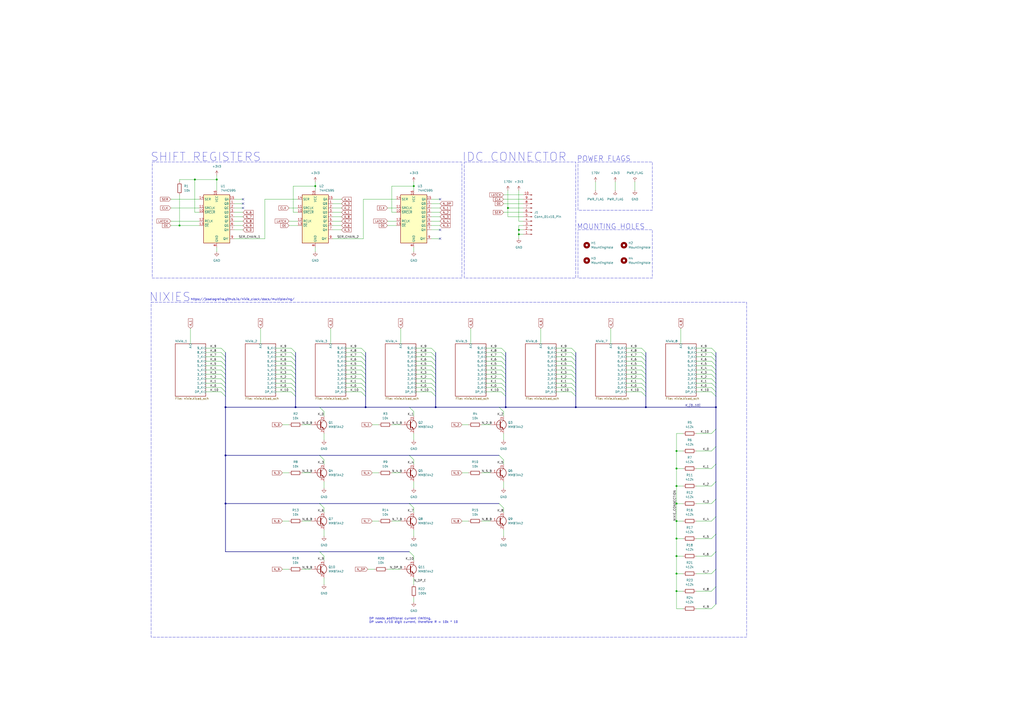
<source format=kicad_sch>
(kicad_sch (version 20231120) (generator "eeschema") (generator_version "8.0")
  (paper "A2")
  (title_block (title "Nixie Driver Board Schematic") (date "2024-06-09") (rev "0.1.1"))
  (junction (at 392.43 312.42))
  (junction (at 392.43 322.58))
  (junction (at 104.14 130.81))
  (junction (at 113.03 104.14))
  (junction (at 300.99 133.35))
  (junction (at 171.45 236.22))
  (junction (at 300.99 135.89))
  (junction (at 392.43 281.94))
  (junction (at 212.09 236.22))
  (junction (at 392.43 302.26))
  (junction (at 252.73 236.22))
  (junction (at 240.03 107.95))
  (junction (at 374.65 236.22))
  (junction (at 182.88 107.95))
  (junction (at 293.37 236.22))
  (junction (at 392.43 332.74))
  (junction (at 125.73 104.14))
  (junction (at 130.81 292.1))
  (junction (at 130.81 236.22))
  (junction (at 392.43 261.62))
  (junction (at 392.43 271.78))
  (junction (at 415.29 236.22))
  (junction (at 392.43 292.1))
  (junction (at 294.64 120.65))
  (junction (at 392.43 342.9))
  (junction (at 130.81 264.16))
  (junction (at 334.01 236.22))
  (no_connect (at 140.97 118.11))
  (no_connect (at 140.97 115.57))
  (no_connect (at 255.27 138.43))
  (no_connect (at 255.27 115.57))
  (no_connect (at 255.27 133.35))
  (no_connect (at 140.97 120.65))
  (bus_entry (at 128.27 212.09) (size 2.54 2.54))
  (bus_entry (at 372.11 207.01) (size 2.54 2.54))
  (bus_entry (at 290.83 219.71) (size 2.54 2.54))
  (bus_entry (at 412.75 207.01) (size 2.54 2.54))
  (bus_entry (at 290.83 214.63) (size 2.54 2.54))
  (bus_entry (at 185.42 264.16) (size 2.54 2.54))
  (bus_entry (at 290.83 207.01) (size 2.54 2.54))
  (bus_entry (at 289.56 264.16) (size 2.54 2.54))
  (bus_entry (at 168.91 207.01) (size 2.54 2.54))
  (bus_entry (at 331.47 204.47) (size 2.54 2.54))
  (bus_entry (at 290.83 224.79) (size 2.54 2.54))
  (bus_entry (at 289.56 292.1) (size 2.54 2.54))
  (bus_entry (at 290.83 209.55) (size 2.54 2.54))
  (bus_entry (at 412.75 281.94) (size 2.54 -2.54))
  (bus_entry (at 250.19 209.55) (size 2.54 2.54))
  (bus_entry (at 128.27 217.17) (size 2.54 2.54))
  (bus_entry (at 412.75 332.74) (size 2.54 -2.54))
  (bus_entry (at 331.47 217.17) (size 2.54 2.54))
  (bus_entry (at 209.55 207.01) (size 2.54 2.54))
  (bus_entry (at 250.19 207.01) (size 2.54 2.54))
  (bus_entry (at 331.47 207.01) (size 2.54 2.54))
  (bus_entry (at 290.83 212.09) (size 2.54 2.54))
  (bus_entry (at 412.75 271.78) (size 2.54 -2.54))
  (bus_entry (at 372.11 201.93) (size 2.54 2.54))
  (bus_entry (at 168.91 217.17) (size 2.54 2.54))
  (bus_entry (at 168.91 204.47) (size 2.54 2.54))
  (bus_entry (at 331.47 222.25) (size 2.54 2.54))
  (bus_entry (at 209.55 212.09) (size 2.54 2.54))
  (bus_entry (at 250.19 217.17) (size 2.54 2.54))
  (bus_entry (at 331.47 201.93) (size 2.54 2.54))
  (bus_entry (at 128.27 219.71) (size 2.54 2.54))
  (bus_entry (at 412.75 219.71) (size 2.54 2.54))
  (bus_entry (at 209.55 201.93) (size 2.54 2.54))
  (bus_entry (at 372.11 212.09) (size 2.54 2.54))
  (bus_entry (at 168.91 224.79) (size 2.54 2.54))
  (bus_entry (at 237.49 292.1) (size 2.54 2.54))
  (bus_entry (at 168.91 212.09) (size 2.54 2.54))
  (bus_entry (at 250.19 224.79) (size 2.54 2.54))
  (bus_entry (at 412.75 209.55) (size 2.54 2.54))
  (bus_entry (at 412.75 302.26) (size 2.54 -2.54))
  (bus_entry (at 185.42 320.04) (size 2.54 2.54))
  (bus_entry (at 209.55 217.17) (size 2.54 2.54))
  (bus_entry (at 250.19 219.71) (size 2.54 2.54))
  (bus_entry (at 250.19 201.93) (size 2.54 2.54))
  (bus_entry (at 128.27 204.47) (size 2.54 2.54))
  (bus_entry (at 185.42 236.22) (size 2.54 2.54))
  (bus_entry (at 128.27 224.79) (size 2.54 2.54))
  (bus_entry (at 128.27 207.01) (size 2.54 2.54))
  (bus_entry (at 412.75 251.46) (size 2.54 -2.54))
  (bus_entry (at 372.11 204.47) (size 2.54 2.54))
  (bus_entry (at 331.47 212.09) (size 2.54 2.54))
  (bus_entry (at 372.11 227.33) (size 2.54 2.54))
  (bus_entry (at 128.27 209.55) (size 2.54 2.54))
  (bus_entry (at 412.75 312.42) (size 2.54 -2.54))
  (bus_entry (at 372.11 214.63) (size 2.54 2.54))
  (bus_entry (at 250.19 212.09) (size 2.54 2.54))
  (bus_entry (at 331.47 224.79) (size 2.54 2.54))
  (bus_entry (at 290.83 204.47) (size 2.54 2.54))
  (bus_entry (at 128.27 214.63) (size 2.54 2.54))
  (bus_entry (at 250.19 214.63) (size 2.54 2.54))
  (bus_entry (at 412.75 214.63) (size 2.54 2.54))
  (bus_entry (at 250.19 222.25) (size 2.54 2.54))
  (bus_entry (at 168.91 222.25) (size 2.54 2.54))
  (bus_entry (at 412.75 222.25) (size 2.54 2.54))
  (bus_entry (at 209.55 214.63) (size 2.54 2.54))
  (bus_entry (at 209.55 204.47) (size 2.54 2.54))
  (bus_entry (at 128.27 227.33) (size 2.54 2.54))
  (bus_entry (at 237.49 264.16) (size 2.54 2.54))
  (bus_entry (at 289.56 236.22) (size 2.54 2.54))
  (bus_entry (at 372.11 209.55) (size 2.54 2.54))
  (bus_entry (at 209.55 222.25) (size 2.54 2.54))
  (bus_entry (at 168.91 209.55) (size 2.54 2.54))
  (bus_entry (at 290.83 217.17) (size 2.54 2.54))
  (bus_entry (at 250.19 204.47) (size 2.54 2.54))
  (bus_entry (at 168.91 201.93) (size 2.54 2.54))
  (bus_entry (at 209.55 209.55) (size 2.54 2.54))
  (bus_entry (at 412.75 212.09) (size 2.54 2.54))
  (bus_entry (at 331.47 227.33) (size 2.54 2.54))
  (bus_entry (at 412.75 224.79) (size 2.54 2.54))
  (bus_entry (at 209.55 219.71) (size 2.54 2.54))
  (bus_entry (at 331.47 209.55) (size 2.54 2.54))
  (bus_entry (at 168.91 219.71) (size 2.54 2.54))
  (bus_entry (at 331.47 214.63) (size 2.54 2.54))
  (bus_entry (at 412.75 201.93) (size 2.54 2.54))
  (bus_entry (at 250.19 227.33) (size 2.54 2.54))
  (bus_entry (at 185.42 292.1) (size 2.54 2.54))
  (bus_entry (at 237.49 320.04) (size 2.54 2.54))
  (bus_entry (at 290.83 227.33) (size 2.54 2.54))
  (bus_entry (at 372.11 219.71) (size 2.54 2.54))
  (bus_entry (at 372.11 222.25) (size 2.54 2.54))
  (bus_entry (at 237.49 236.22) (size 2.54 2.54))
  (bus_entry (at 412.75 322.58) (size 2.54 -2.54))
  (bus_entry (at 372.11 224.79) (size 2.54 2.54))
  (bus_entry (at 290.83 201.93) (size 2.54 2.54))
  (bus_entry (at 412.75 353.06) (size 2.54 -2.54))
  (bus_entry (at 412.75 342.9) (size 2.54 -2.54))
  (bus_entry (at 209.55 224.79) (size 2.54 2.54))
  (bus_entry (at 372.11 217.17) (size 2.54 2.54))
  (bus_entry (at 168.91 227.33) (size 2.54 2.54))
  (bus_entry (at 331.47 219.71) (size 2.54 2.54))
  (bus_entry (at 128.27 201.93) (size 2.54 2.54))
  (bus_entry (at 168.91 214.63) (size 2.54 2.54))
  (bus_entry (at 412.75 227.33) (size 2.54 2.54))
  (bus_entry (at 209.55 227.33) (size 2.54 2.54))
  (bus_entry (at 412.75 217.17) (size 2.54 2.54))
  (bus_entry (at 412.75 292.1) (size 2.54 -2.54))
  (bus_entry (at 412.75 261.62) (size 2.54 -2.54))
  (bus_entry (at 290.83 222.25) (size 2.54 2.54))
  (bus_entry (at 128.27 222.25) (size 2.54 2.54))
  (bus_entry (at 412.75 204.47) (size 2.54 2.54))
  (wire (pts (xy 135.89 133.35) (xy 140.97 133.35)))
  (bus (pts (xy 334.01 207.01) (xy 334.01 209.55)))
  (bus (pts (xy 415.29 222.25) (xy 415.29 224.79)))
  (wire (pts (xy 163.83 330.2) (xy 167.64 330.2)))
  (bus (pts (xy 185.42 292.1) (xy 237.49 292.1)))
  (wire (pts (xy 119.38 201.93) (xy 128.27 201.93)))
  (wire (pts (xy 322.58 207.01) (xy 331.47 207.01)))
  (wire (pts (xy 193.04 118.11) (xy 198.12 118.11)))
  (wire (pts (xy 403.86 302.26) (xy 412.75 302.26)))
  (bus (pts (xy 252.73 229.87) (xy 252.73 236.22)))
  (bus (pts (xy 293.37 219.71) (xy 293.37 222.25)))
  (wire (pts (xy 99.06 120.65) (xy 115.57 120.65)))
  (wire (pts (xy 160.02 207.01) (xy 168.91 207.01)))
  (wire (pts (xy 273.05 190.5) (xy 273.05 199.39)))
  (wire (pts (xy 200.66 201.93) (xy 209.55 201.93)))
  (wire (pts (xy 135.89 125.73) (xy 140.97 125.73)))
  (bus (pts (xy 415.29 259.08) (xy 415.29 269.24)))
  (bus (pts (xy 334.01 209.55) (xy 334.01 212.09)))
  (wire (pts (xy 193.04 133.35) (xy 198.12 133.35)))
  (wire (pts (xy 113.03 104.14) (xy 125.73 104.14)))
  (bus (pts (xy 252.73 222.25) (xy 252.73 224.79)))
  (wire (pts (xy 115.57 123.19) (xy 113.03 123.19)))
  (wire (pts (xy 135.89 138.43) (xy 153.67 138.43)))
  (wire (pts (xy 363.22 227.33) (xy 372.11 227.33)))
  (wire (pts (xy 193.04 123.19) (xy 198.12 123.19)))
  (wire (pts (xy 396.24 281.94) (xy 392.43 281.94)))
  (wire (pts (xy 250.19 130.81) (xy 255.27 130.81)))
  (bus (pts (xy 374.65 227.33) (xy 374.65 229.87)))
  (wire (pts (xy 396.24 342.9) (xy 392.43 342.9)))
  (wire (pts (xy 322.58 204.47) (xy 331.47 204.47)))
  (wire (pts (xy 160.02 217.17) (xy 168.91 217.17)))
  (bus (pts (xy 374.65 217.17) (xy 374.65 219.71)))
  (bus (pts (xy 334.01 236.22) (xy 374.65 236.22)))
  (bus (pts (xy 130.81 204.47) (xy 130.81 207.01)))
  (bus (pts (xy 130.81 207.01) (xy 130.81 209.55)))
  (wire (pts (xy 403.86 271.78) (xy 412.75 271.78)))
  (wire (pts (xy 300.99 135.89) (xy 300.99 138.43)))
  (wire (pts (xy 224.79 330.2) (xy 232.41 330.2)))
  (wire (pts (xy 292.1 123.19) (xy 303.53 123.19)))
  (bus (pts (xy 374.65 207.01) (xy 374.65 209.55)))
  (bus (pts (xy 212.09 227.33) (xy 212.09 229.87)))
  (bus (pts (xy 212.09 222.25) (xy 212.09 224.79)))
  (wire (pts (xy 240.03 294.64) (xy 240.03 297.18)))
  (bus (pts (xy 212.09 229.87) (xy 212.09 236.22)))
  (wire (pts (xy 322.58 201.93) (xy 331.47 201.93)))
  (wire (pts (xy 392.43 312.42) (xy 392.43 322.58)))
  (bus (pts (xy 415.29 269.24) (xy 415.29 279.4)))
  (wire (pts (xy 403.86 353.06) (xy 412.75 353.06)))
  (wire (pts (xy 167.64 130.81) (xy 172.72 130.81)))
  (wire (pts (xy 213.36 330.2) (xy 217.17 330.2)))
  (wire (pts (xy 119.38 214.63) (xy 128.27 214.63)))
  (bus (pts (xy 415.29 219.71) (xy 415.29 222.25)))
  (wire (pts (xy 227.33 123.19) (xy 227.33 107.95)))
  (bus (pts (xy 293.37 214.63) (xy 293.37 217.17)))
  (bus (pts (xy 171.45 236.22) (xy 185.42 236.22)))
  (bus (pts (xy 185.42 236.22) (xy 212.09 236.22)))
  (wire (pts (xy 200.66 209.55) (xy 209.55 209.55)))
  (bus (pts (xy 252.73 217.17) (xy 252.73 219.71)))
  (wire (pts (xy 193.04 120.65) (xy 198.12 120.65)))
  (wire (pts (xy 368.3 105.41) (xy 368.3 110.49)))
  (wire (pts (xy 170.18 123.19) (xy 170.18 107.95)))
  (wire (pts (xy 200.66 207.01) (xy 209.55 207.01)))
  (wire (pts (xy 403.86 322.58) (xy 412.75 322.58)))
  (bus (pts (xy 130.81 236.22) (xy 171.45 236.22)))
  (bus (pts (xy 171.45 204.47) (xy 171.45 207.01)))
  (wire (pts (xy 250.19 115.57) (xy 255.27 115.57)))
  (bus (pts (xy 212.09 212.09) (xy 212.09 214.63)))
  (bus (pts (xy 185.42 320.04) (xy 237.49 320.04)))
  (wire (pts (xy 281.94 219.71) (xy 290.83 219.71)))
  (wire (pts (xy 187.96 307.34) (xy 187.96 311.15)))
  (bus (pts (xy 415.29 227.33) (xy 415.29 229.87)))
  (wire (pts (xy 279.4 246.38) (xy 284.48 246.38)))
  (bus (pts (xy 130.81 222.25) (xy 130.81 224.79)))
  (bus (pts (xy 415.29 212.09) (xy 415.29 214.63)))
  (wire (pts (xy 403.86 251.46) (xy 412.75 251.46)))
  (bus (pts (xy 237.49 292.1) (xy 289.56 292.1)))
  (wire (pts (xy 153.67 115.57) (xy 153.67 138.43)))
  (bus (pts (xy 415.29 209.55) (xy 415.29 212.09)))
  (wire (pts (xy 175.26 274.32) (xy 180.34 274.32)))
  (wire (pts (xy 229.87 123.19) (xy 227.33 123.19)))
  (wire (pts (xy 119.38 222.25) (xy 128.27 222.25)))
  (wire (pts (xy 281.94 201.93) (xy 290.83 201.93)))
  (bus (pts (xy 374.65 214.63) (xy 374.65 217.17)))
  (bus (pts (xy 171.45 224.79) (xy 171.45 227.33)))
  (bus (pts (xy 130.81 224.79) (xy 130.81 227.33)))
  (wire (pts (xy 200.66 214.63) (xy 209.55 214.63)))
  (bus (pts (xy 334.01 214.63) (xy 334.01 217.17)))
  (wire (pts (xy 99.06 115.57) (xy 115.57 115.57)))
  (bus (pts (xy 334.01 229.87) (xy 334.01 236.22)))
  (wire (pts (xy 163.83 274.32) (xy 167.64 274.32)))
  (bus (pts (xy 415.29 309.88) (xy 415.29 320.04)))
  (wire (pts (xy 292.1 238.76) (xy 292.1 241.3)))
  (wire (pts (xy 392.43 292.1) (xy 392.43 302.26)))
  (wire (pts (xy 322.58 212.09) (xy 331.47 212.09)))
  (wire (pts (xy 240.03 238.76) (xy 240.03 241.3)))
  (wire (pts (xy 363.22 217.17) (xy 372.11 217.17)))
  (bus (pts (xy 212.09 214.63) (xy 212.09 217.17)))
  (bus (pts (xy 130.81 320.04) (xy 185.42 320.04)))
  (bus (pts (xy 374.65 209.55) (xy 374.65 212.09)))
  (wire (pts (xy 396.24 261.62) (xy 392.43 261.62)))
  (wire (pts (xy 396.24 271.78) (xy 392.43 271.78)))
  (wire (pts (xy 281.94 209.55) (xy 290.83 209.55)))
  (wire (pts (xy 240.03 266.7) (xy 240.03 269.24)))
  (wire (pts (xy 193.04 125.73) (xy 198.12 125.73)))
  (wire (pts (xy 193.04 138.43) (xy 210.82 138.43)))
  (wire (pts (xy 250.19 133.35) (xy 255.27 133.35)))
  (wire (pts (xy 200.66 222.25) (xy 209.55 222.25)))
  (bus (pts (xy 334.01 222.25) (xy 334.01 224.79)))
  (wire (pts (xy 363.22 212.09) (xy 372.11 212.09)))
  (wire (pts (xy 104.14 104.14) (xy 113.03 104.14)))
  (wire (pts (xy 267.97 302.26) (xy 271.78 302.26)))
  (wire (pts (xy 303.53 130.81) (xy 300.99 130.81)))
  (wire (pts (xy 163.83 246.38) (xy 167.64 246.38)))
  (wire (pts (xy 99.06 128.27) (xy 115.57 128.27)))
  (wire (pts (xy 119.38 209.55) (xy 128.27 209.55)))
  (bus (pts (xy 415.29 236.22) (xy 415.29 248.92)))
  (bus (pts (xy 374.65 229.87) (xy 374.65 236.22)))
  (wire (pts (xy 281.94 212.09) (xy 290.83 212.09)))
  (wire (pts (xy 322.58 214.63) (xy 331.47 214.63)))
  (bus (pts (xy 252.73 212.09) (xy 252.73 214.63)))
  (wire (pts (xy 294.64 110.49) (xy 294.64 120.65)))
  (wire (pts (xy 110.49 190.5) (xy 110.49 199.39)))
  (wire (pts (xy 160.02 209.55) (xy 168.91 209.55)))
  (wire (pts (xy 191.77 190.5) (xy 191.77 199.39)))
  (wire (pts (xy 403.86 209.55) (xy 412.75 209.55)))
  (wire (pts (xy 175.26 302.26) (xy 180.34 302.26)))
  (bus (pts (xy 415.29 214.63) (xy 415.29 217.17)))
  (wire (pts (xy 403.86 207.01) (xy 412.75 207.01)))
  (wire (pts (xy 125.73 101.6) (xy 125.73 104.14)))
  (bus (pts (xy 374.65 212.09) (xy 374.65 214.63)))
  (wire (pts (xy 215.9 302.26) (xy 219.71 302.26)))
  (bus (pts (xy 415.29 229.87) (xy 415.29 236.22)))
  (bus (pts (xy 293.37 209.55) (xy 293.37 212.09)))
  (wire (pts (xy 267.97 246.38) (xy 271.78 246.38)))
  (wire (pts (xy 392.43 261.62) (xy 392.43 271.78)))
  (bus (pts (xy 171.45 217.17) (xy 171.45 219.71)))
  (bus (pts (xy 171.45 219.71) (xy 171.45 222.25)))
  (wire (pts (xy 345.44 105.41) (xy 345.44 110.49)))
  (bus (pts (xy 185.42 264.16) (xy 237.49 264.16)))
  (wire (pts (xy 292.1 266.7) (xy 292.1 269.24)))
  (bus (pts (xy 293.37 224.79) (xy 293.37 227.33)))
  (wire (pts (xy 281.94 207.01) (xy 290.83 207.01)))
  (wire (pts (xy 125.73 143.51) (xy 125.73 146.05)))
  (wire (pts (xy 300.99 135.89) (xy 303.53 135.89)))
  (wire (pts (xy 300.99 133.35) (xy 303.53 133.35)))
  (wire (pts (xy 232.41 190.5) (xy 232.41 199.39)))
  (bus (pts (xy 171.45 229.87) (xy 171.45 236.22)))
  (wire (pts (xy 119.38 227.33) (xy 128.27 227.33)))
  (bus (pts (xy 374.65 219.71) (xy 374.65 222.25)))
  (wire (pts (xy 241.3 201.93) (xy 250.19 201.93)))
  (bus (pts (xy 293.37 217.17) (xy 293.37 219.71)))
  (wire (pts (xy 403.86 281.94) (xy 412.75 281.94)))
  (wire (pts (xy 396.24 312.42) (xy 392.43 312.42)))
  (wire (pts (xy 215.9 246.38) (xy 219.71 246.38)))
  (wire (pts (xy 182.88 143.51) (xy 182.88 146.05)))
  (wire (pts (xy 300.99 133.35) (xy 300.99 135.89)))
  (bus (pts (xy 130.81 214.63) (xy 130.81 217.17)))
  (bus (pts (xy 171.45 212.09) (xy 171.45 214.63)))
  (bus (pts (xy 293.37 236.22) (xy 334.01 236.22)))
  (wire (pts (xy 403.86 212.09) (xy 412.75 212.09)))
  (wire (pts (xy 292.1 294.64) (xy 292.1 297.18)))
  (wire (pts (xy 227.33 274.32) (xy 232.41 274.32)))
  (bus (pts (xy 293.37 204.47) (xy 293.37 207.01)))
  (wire (pts (xy 241.3 217.17) (xy 250.19 217.17)))
  (bus (pts (xy 415.29 340.36) (xy 415.29 350.52)))
  (bus (pts (xy 374.65 204.47) (xy 374.65 207.01)))
  (wire (pts (xy 135.89 115.57) (xy 140.97 115.57)))
  (wire (pts (xy 403.86 217.17) (xy 412.75 217.17)))
  (wire (pts (xy 135.89 128.27) (xy 140.97 128.27)))
  (bus (pts (xy 415.29 217.17) (xy 415.29 219.71)))
  (wire (pts (xy 396.24 292.1) (xy 392.43 292.1)))
  (wire (pts (xy 313.69 190.5) (xy 313.69 199.39)))
  (wire (pts (xy 294.64 120.65) (xy 303.53 120.65)))
  (wire (pts (xy 300.99 110.49) (xy 300.99 128.27)))
  (wire (pts (xy 119.38 204.47) (xy 128.27 204.47)))
  (wire (pts (xy 167.64 128.27) (xy 172.72 128.27)))
  (bus (pts (xy 171.45 222.25) (xy 171.45 224.79)))
  (wire (pts (xy 119.38 224.79) (xy 128.27 224.79)))
  (wire (pts (xy 187.96 238.76) (xy 187.96 241.3)))
  (wire (pts (xy 119.38 219.71) (xy 128.27 219.71)))
  (wire (pts (xy 182.88 107.95) (xy 182.88 110.49)))
  (bus (pts (xy 171.45 209.55) (xy 171.45 212.09)))
  (wire (pts (xy 354.33 190.5) (xy 354.33 199.39)))
  (wire (pts (xy 187.96 322.58) (xy 187.96 325.12)))
  (wire (pts (xy 200.66 224.79) (xy 209.55 224.79)))
  (wire (pts (xy 363.22 201.93) (xy 372.11 201.93)))
  (bus (pts (xy 212.09 236.22) (xy 237.49 236.22)))
  (wire (pts (xy 182.88 105.41) (xy 182.88 107.95)))
  (wire (pts (xy 322.58 217.17) (xy 331.47 217.17)))
  (wire (pts (xy 292.1 307.34) (xy 292.1 311.15)))
  (wire (pts (xy 403.86 227.33) (xy 412.75 227.33)))
  (wire (pts (xy 240.03 346.71) (xy 240.03 349.25)))
  (wire (pts (xy 160.02 212.09) (xy 168.91 212.09)))
  (wire (pts (xy 267.97 274.32) (xy 271.78 274.32)))
  (bus (pts (xy 334.01 219.71) (xy 334.01 222.25)))
  (bus (pts (xy 130.81 264.16) (xy 130.81 292.1)))
  (wire (pts (xy 281.94 214.63) (xy 290.83 214.63)))
  (bus (pts (xy 130.81 227.33) (xy 130.81 229.87)))
  (wire (pts (xy 250.19 123.19) (xy 255.27 123.19)))
  (bus (pts (xy 293.37 212.09) (xy 293.37 214.63)))
  (wire (pts (xy 392.43 342.9) (xy 392.43 353.06)))
  (wire (pts (xy 227.33 107.95) (xy 240.03 107.95)))
  (bus (pts (xy 252.73 209.55) (xy 252.73 212.09)))
  (bus (pts (xy 252.73 227.33) (xy 252.73 229.87)))
  (wire (pts (xy 300.99 130.81) (xy 300.99 133.35)))
  (wire (pts (xy 356.87 105.41) (xy 356.87 110.49)))
  (bus (pts (xy 130.81 209.55) (xy 130.81 212.09)))
  (wire (pts (xy 119.38 212.09) (xy 128.27 212.09)))
  (bus (pts (xy 415.29 299.72) (xy 415.29 309.88)))
  (wire (pts (xy 241.3 219.71) (xy 250.19 219.71)))
  (wire (pts (xy 187.96 279.4) (xy 187.96 283.21)))
  (wire (pts (xy 250.19 128.27) (xy 255.27 128.27)))
  (wire (pts (xy 151.13 190.5) (xy 151.13 199.39)))
  (wire (pts (xy 294.64 120.65) (xy 294.64 125.73)))
  (wire (pts (xy 187.96 294.64) (xy 187.96 297.18)))
  (bus (pts (xy 252.73 214.63) (xy 252.73 217.17)))
  (bus (pts (xy 252.73 204.47) (xy 252.73 207.01)))
  (wire (pts (xy 292.1 251.46) (xy 292.1 255.27)))
  (wire (pts (xy 396.24 332.74) (xy 392.43 332.74)))
  (wire (pts (xy 279.4 274.32) (xy 284.48 274.32)))
  (bus (pts (xy 212.09 207.01) (xy 212.09 209.55)))
  (wire (pts (xy 104.14 105.41) (xy 104.14 104.14)))
  (wire (pts (xy 175.26 246.38) (xy 180.34 246.38)))
  (wire (pts (xy 241.3 207.01) (xy 250.19 207.01)))
  (wire (pts (xy 281.94 204.47) (xy 290.83 204.47)))
  (wire (pts (xy 250.19 125.73) (xy 255.27 125.73)))
  (wire (pts (xy 240.03 105.41) (xy 240.03 107.95)))
  (wire (pts (xy 396.24 302.26) (xy 392.43 302.26)))
  (wire (pts (xy 322.58 224.79) (xy 331.47 224.79)))
  (wire (pts (xy 160.02 224.79) (xy 168.91 224.79)))
  (wire (pts (xy 224.79 130.81) (xy 229.87 130.81)))
  (wire (pts (xy 224.79 120.65) (xy 229.87 120.65)))
  (bus (pts (xy 415.29 224.79) (xy 415.29 227.33)))
  (wire (pts (xy 135.89 130.81) (xy 140.97 130.81)))
  (bus (pts (xy 293.37 222.25) (xy 293.37 224.79)))
  (wire (pts (xy 160.02 219.71) (xy 168.91 219.71)))
  (bus (pts (xy 130.81 236.22) (xy 130.81 264.16)))
  (wire (pts (xy 193.04 128.27) (xy 198.12 128.27)))
  (wire (pts (xy 392.43 271.78) (xy 392.43 281.94)))
  (wire (pts (xy 187.96 266.7) (xy 187.96 269.24)))
  (wire (pts (xy 240.03 251.46) (xy 240.03 255.27)))
  (wire (pts (xy 363.22 209.55) (xy 372.11 209.55)))
  (wire (pts (xy 227.33 246.38) (xy 232.41 246.38)))
  (wire (pts (xy 200.66 204.47) (xy 209.55 204.47)))
  (wire (pts (xy 193.04 130.81) (xy 198.12 130.81)))
  (wire (pts (xy 403.86 224.79) (xy 412.75 224.79)))
  (wire (pts (xy 392.43 251.46) (xy 392.43 261.62)))
  (wire (pts (xy 240.03 322.58) (xy 240.03 325.12)))
  (wire (pts (xy 363.22 204.47) (xy 372.11 204.47)))
  (wire (pts (xy 322.58 219.71) (xy 331.47 219.71)))
  (wire (pts (xy 99.06 130.81) (xy 104.14 130.81)))
  (wire (pts (xy 175.26 330.2) (xy 180.34 330.2)))
  (bus (pts (xy 171.45 207.01) (xy 171.45 209.55)))
  (wire (pts (xy 104.14 113.03) (xy 104.14 130.81)))
  (wire (pts (xy 224.79 128.27) (xy 229.87 128.27)))
  (bus (pts (xy 252.73 219.71) (xy 252.73 222.25)))
  (wire (pts (xy 279.4 302.26) (xy 284.48 302.26)))
  (wire (pts (xy 240.03 335.28) (xy 240.03 339.09)))
  (wire (pts (xy 396.24 322.58) (xy 392.43 322.58)))
  (bus (pts (xy 130.81 229.87) (xy 130.81 236.22)))
  (wire (pts (xy 403.86 292.1) (xy 412.75 292.1)))
  (wire (pts (xy 240.03 307.34) (xy 240.03 311.15)))
  (wire (pts (xy 403.86 214.63) (xy 412.75 214.63)))
  (wire (pts (xy 281.94 227.33) (xy 290.83 227.33)))
  (wire (pts (xy 403.86 204.47) (xy 412.75 204.47)))
  (bus (pts (xy 237.49 264.16) (xy 289.56 264.16)))
  (bus (pts (xy 293.37 229.87) (xy 293.37 236.22)))
  (wire (pts (xy 200.66 212.09) (xy 209.55 212.09)))
  (bus (pts (xy 415.29 279.4) (xy 415.29 289.56)))
  (wire (pts (xy 281.94 222.25) (xy 290.83 222.25)))
  (wire (pts (xy 392.43 332.74) (xy 392.43 342.9)))
  (wire (pts (xy 403.86 261.62) (xy 412.75 261.62)))
  (bus (pts (xy 252.73 207.01) (xy 252.73 209.55)))
  (wire (pts (xy 292.1 113.03) (xy 303.53 113.03)))
  (wire (pts (xy 193.04 115.57) (xy 198.12 115.57)))
  (bus (pts (xy 252.73 236.22) (xy 289.56 236.22)))
  (wire (pts (xy 322.58 209.55) (xy 331.47 209.55)))
  (wire (pts (xy 392.43 281.94) (xy 392.43 292.1)))
  (wire (pts (xy 394.97 190.5) (xy 394.97 199.39)))
  (wire (pts (xy 187.96 251.46) (xy 187.96 255.27)))
  (wire (pts (xy 119.38 207.01) (xy 128.27 207.01)))
  (wire (pts (xy 241.3 224.79) (xy 250.19 224.79)))
  (wire (pts (xy 119.38 217.17) (xy 128.27 217.17)))
  (bus (pts (xy 130.81 292.1) (xy 130.81 320.04)))
  (bus (pts (xy 415.29 320.04) (xy 415.29 330.2)))
  (bus (pts (xy 334.01 217.17) (xy 334.01 219.71)))
  (wire (pts (xy 294.64 125.73) (xy 303.53 125.73)))
  (bus (pts (xy 415.29 289.56) (xy 415.29 299.72)))
  (wire (pts (xy 250.19 118.11) (xy 255.27 118.11)))
  (wire (pts (xy 160.02 214.63) (xy 168.91 214.63)))
  (bus (pts (xy 237.49 236.22) (xy 252.73 236.22)))
  (bus (pts (xy 334.01 204.47) (xy 334.01 207.01)))
  (wire (pts (xy 241.3 222.25) (xy 250.19 222.25)))
  (bus (pts (xy 415.29 330.2) (xy 415.29 340.36)))
  (wire (pts (xy 322.58 227.33) (xy 331.47 227.33)))
  (wire (pts (xy 160.02 201.93) (xy 168.91 201.93)))
  (bus (pts (xy 374.65 236.22) (xy 415.29 236.22)))
  (wire (pts (xy 403.86 219.71) (xy 412.75 219.71)))
  (wire (pts (xy 172.72 123.19) (xy 170.18 123.19)))
  (bus (pts (xy 415.29 204.47) (xy 415.29 207.01)))
  (bus (pts (xy 415.29 207.01) (xy 415.29 209.55)))
  (wire (pts (xy 241.3 204.47) (xy 250.19 204.47)))
  (wire (pts (xy 210.82 115.57) (xy 229.87 115.57)))
  (wire (pts (xy 210.82 138.43) (xy 210.82 115.57)))
  (bus (pts (xy 374.65 224.79) (xy 374.65 227.33)))
  (wire (pts (xy 392.43 353.06) (xy 396.24 353.06)))
  (wire (pts (xy 403.86 312.42) (xy 412.75 312.42)))
  (bus (pts (xy 415.29 248.92) (xy 415.29 259.08)))
  (wire (pts (xy 363.22 224.79) (xy 372.11 224.79)))
  (wire (pts (xy 163.83 302.26) (xy 167.64 302.26)))
  (wire (pts (xy 403.86 342.9) (xy 412.75 342.9)))
  (bus (pts (xy 374.65 222.25) (xy 374.65 224.79)))
  (bus (pts (xy 334.01 227.33) (xy 334.01 229.87)))
  (bus (pts (xy 171.45 214.63) (xy 171.45 217.17)))
  (bus (pts (xy 130.81 217.17) (xy 130.81 219.71)))
  (bus (pts (xy 212.09 209.55) (xy 212.09 212.09)))
  (wire (pts (xy 281.94 217.17) (xy 290.83 217.17)))
  (bus (pts (xy 293.37 207.01) (xy 293.37 209.55)))
  (wire (pts (xy 403.86 201.93) (xy 412.75 201.93)))
  (wire (pts (xy 135.89 118.11) (xy 140.97 118.11)))
  (wire (pts (xy 303.53 128.27) (xy 300.99 128.27)))
  (bus (pts (xy 130.81 292.1) (xy 185.42 292.1)))
  (wire (pts (xy 363.22 219.71) (xy 372.11 219.71)))
  (bus (pts (xy 334.01 224.79) (xy 334.01 227.33)))
  (wire (pts (xy 170.18 107.95) (xy 182.88 107.95)))
  (wire (pts (xy 292.1 115.57) (xy 303.53 115.57)))
  (bus (pts (xy 212.09 217.17) (xy 212.09 219.71)))
  (wire (pts (xy 240.03 279.4) (xy 240.03 283.21)))
  (bus (pts (xy 130.81 219.71) (xy 130.81 222.25)))
  (bus (pts (xy 252.73 224.79) (xy 252.73 227.33)))
  (wire (pts (xy 125.73 104.14) (xy 125.73 110.49)))
  (bus (pts (xy 212.09 224.79) (xy 212.09 227.33)))
  (bus (pts (xy 130.81 212.09) (xy 130.81 214.63)))
  (wire (pts (xy 241.3 212.09) (xy 250.19 212.09)))
  (wire (pts (xy 363.22 207.01) (xy 372.11 207.01)))
  (wire (pts (xy 160.02 222.25) (xy 168.91 222.25)))
  (bus (pts (xy 334.01 212.09) (xy 334.01 214.63)))
  (wire (pts (xy 322.58 222.25) (xy 331.47 222.25)))
  (wire (pts (xy 135.89 120.65) (xy 140.97 120.65)))
  (wire (pts (xy 250.19 120.65) (xy 255.27 120.65)))
  (bus (pts (xy 171.45 227.33) (xy 171.45 229.87)))
  (wire (pts (xy 160.02 204.47) (xy 168.91 204.47)))
  (wire (pts (xy 200.66 227.33) (xy 209.55 227.33)))
  (wire (pts (xy 250.19 138.43) (xy 255.27 138.43)))
  (bus (pts (xy 293.37 227.33) (xy 293.37 229.87)))
  (wire (pts (xy 392.43 302.26) (xy 392.43 312.42)))
  (wire (pts (xy 292.1 118.11) (xy 303.53 118.11)))
  (bus (pts (xy 212.09 219.71) (xy 212.09 222.25)))
  (wire (pts (xy 281.94 224.79) (xy 290.83 224.79)))
  (wire (pts (xy 153.67 115.57) (xy 172.72 115.57)))
  (wire (pts (xy 240.03 107.95) (xy 240.03 110.49)))
  (wire (pts (xy 200.66 219.71) (xy 209.55 219.71)))
  (wire (pts (xy 392.43 322.58) (xy 392.43 332.74)))
  (wire (pts (xy 215.9 274.32) (xy 219.71 274.32)))
  (wire (pts (xy 363.22 222.25) (xy 372.11 222.25)))
  (bus (pts (xy 289.56 236.22) (xy 293.37 236.22)))
  (wire (pts (xy 241.3 209.55) (xy 250.19 209.55)))
  (wire (pts (xy 104.14 130.81) (xy 115.57 130.81)))
  (wire (pts (xy 363.22 214.63) (xy 372.11 214.63)))
  (wire (pts (xy 187.96 335.28) (xy 187.96 339.09)))
  (wire (pts (xy 227.33 302.26) (xy 232.41 302.26)))
  (wire (pts (xy 135.89 123.19) (xy 140.97 123.19)))
  (wire (pts (xy 403.86 222.25) (xy 412.75 222.25)))
  (wire (pts (xy 160.02 227.33) (xy 168.91 227.33)))
  (wire (pts (xy 113.03 104.14) (xy 113.03 123.19)))
  (wire (pts (xy 200.66 217.17) (xy 209.55 217.17)))
  (wire (pts (xy 241.3 214.63) (xy 250.19 214.63)))
  (bus (pts (xy 212.09 204.47) (xy 212.09 207.01)))
  (wire (pts (xy 241.3 227.33) (xy 250.19 227.33)))
  (wire (pts (xy 167.64 120.65) (xy 172.72 120.65)))
  (wire (pts (xy 403.86 332.74) (xy 412.75 332.74)))
  (bus (pts (xy 130.81 264.16) (xy 185.42 264.16)))
  (wire (pts (xy 292.1 279.4) (xy 292.1 283.21)))
  (wire (pts (xy 240.03 143.51) (xy 240.03 146.05)))
  (wire (pts (xy 396.24 251.46) (xy 392.43 251.46)))
  (rectangle (start 269.24 93.98) (end 334.01 161.29) (stroke (width 0) (type dash)))
  (rectangle (start 335.28 93.98) (end 378.46 121.92) (stroke (width 0) (type dash)))
  (rectangle (start 335.28 133.35) (end 378.46 161.29) (stroke (width 0) (type dash)))
  (rectangle (start 88.265 93.98) (end 267.97 161.29) (stroke (width 0) (type dash)))
  (rectangle (start 87.63 175.26) (end 433.07 369.57) (stroke (width 0) (type dash)))
  (text "SHIFT REGISTERS" (at 119.38 91.186 0) (effects (font (size 5 5))))
  (text "https://joselogreira.github.io/nixie_clock/docs/multiplexing/" (at 140.716 173.736 0) (effects (font (size 1.27 1.27))))
  (text "IDC CONNECTOR" (at 298.45 91.186 0) (effects (font (size 5 5))))
  (text "MOUNTING HOLES" (at 354.33 131.572 0) (effects (font (size 3 3))))
  (text "NIXIES" (at 98.552 172.466 0) (effects (font (size 5 5))))
  (text "POWER FLAGS" (at 350.266 92.202 0) (effects (font (size 3 3))))
  (text "DP needs additional current limiting.\nDP uses 1/10 digit current, therefore R = 10k * 10" (at 214.122 361.696 0) (effects (font (size 1.27 1.27)) (justify left bottom)))
  (label "K_1" (at 240.03 241.3 180))
  (label "K_3" (at 203.2 217.17 0))
  (label "K_7" (at 407.67 332.74 0))
  (label "K_4" (at 325.12 214.63 0))
  (label "K_6" (at 162.56 209.55 0))
  (label "K_5" (at 406.4 212.09 0))
  (label "K_7" (at 284.48 207.01 0))
  (label "K_[0..10]" (at 397.51 236.22 0))
  (label "K_2" (at 292.1 241.3 180))
  (label "K_7" (at 325.12 207.01 0))
  (label "K_2" (at 325.12 219.71 0))
  (label "K_2" (at 121.92 219.71 0))
  (label "K_6" (at 284.48 209.55 0))
  (label "K_1" (at 121.92 222.25 0))
  (label "K_1" (at 325.12 222.25 0))
  (label "K_8" (at 121.92 204.47 0))
  (label "K_8" (at 162.56 204.47 0))
  (label "K_6" (at 325.12 209.55 0))
  (label "K_10" (at 121.92 227.33 0))
  (label "K_4" (at 203.2 214.63 0))
  (label "K_7" (at 240.03 297.18 180))
  (label "K_1" (at 406.4 222.25 0))
  (label "N_9_B" (at 175.26 330.2 0))
  (label "N_8_B" (at 279.4 302.26 0))
  (label "K_3" (at 121.92 217.17 0))
  (label "K_7" (at 121.92 207.01 0))
  (label "K_10" (at 365.76 227.33 0))
  (label "K_8" (at 284.48 204.47 0))
  (label "K_9" (at 187.96 325.12 180))
  (label "K_4" (at 243.84 214.63 0))
  (label "K_3" (at 284.48 217.17 0))
  (label "N_4_B" (at 227.33 274.32 0))
  (label "K_5" (at 407.67 312.42 0))
  (label "K_3" (at 406.4 217.17 0))
  (label "K_6" (at 406.4 209.55 0))
  (label "K_9" (at 243.84 201.93 0))
  (label "K_5" (at 162.56 212.09 0))
  (label "K_10" (at 284.48 227.33 0))
  (label "K_0" (at 407.67 261.62 0))
  (label "K_6" (at 187.96 297.18 180))
  (label "K_9" (at 203.2 201.93 0))
  (label "K_9" (at 284.48 201.93 0))
  (label "K_0" (at 325.12 224.79 0))
  (label "K_7" (at 365.76 207.01 0))
  (label "K_3" (at 407.67 292.1 0))
  (label "NIXIE_CONNECTION" (at 392.43 302.26 90))
  (label "K_9" (at 407.67 353.06 0))
  (label "K_6" (at 121.92 209.55 0))
  (label "K_4" (at 407.67 302.26 0))
  (label "K_4" (at 406.4 214.63 0))
  (label "K_1" (at 365.76 222.25 0))
  (label "K_5" (at 203.2 212.09 0))
  (label "K_5" (at 292.1 269.24 180))
  (label "K_2" (at 365.76 219.71 0))
  (label "K_6" (at 365.76 209.55 0))
  (label "K_2" (at 203.2 219.71 0))
  (label "N_DP_E" (at 240.03 337.82 0))
  (label "N_5_B" (at 279.4 274.32 0))
  (label "N_6_B" (at 175.26 302.26 0))
  (label "K_5" (at 365.76 212.09 0))
  (label "N_DP_B" (at 226.06 330.2 0))
  (label "K_0" (at 365.76 224.79 0))
  (label "K_9" (at 121.92 201.93 0))
  (label "K_9" (at 365.76 201.93 0))
  (label "K_2" (at 243.84 219.71 0))
  (label "K_0" (at 187.96 241.3 180))
  (label "K_0" (at 243.84 224.79 0))
  (label "K_1" (at 407.67 271.78 0))
  (label "K_5" (at 284.48 212.09 0))
  (label "K_3" (at 325.12 217.17 0))
  (label "K_7" (at 162.56 207.01 0))
  (label "K_8" (at 325.12 204.47 0))
  (label "N_2_B" (at 279.4 246.38 0))
  (label "K_10" (at 243.84 227.33 0))
  (label "SER_CHAIN_2" (at 195.58 138.43 0))
  (label "K_10" (at 406.4 251.46 0))
  (label "K_5" (at 325.12 212.09 0))
  (label "K_3" (at 243.84 217.17 0))
  (label "K_5" (at 243.84 212.09 0))
  (label "K_7" (at 203.2 207.01 0))
  (label "K_9" (at 162.56 201.93 0))
  (label "K_4" (at 240.03 269.24 180))
  (label "K_7" (at 406.4 207.01 0))
  (label "K_8" (at 407.67 342.9 0))
  (label "K_6" (at 407.67 322.58 0))
  (label "N_1_B" (at 227.33 246.38 0))
  (label "K_1" (at 284.48 222.25 0))
  (label "N_7_B" (at 227.33 302.26 0))
  (label "K_10" (at 406.4 227.33 0))
  (label "K_3" (at 162.56 217.17 0))
  (label "K_3" (at 365.76 217.17 0))
  (label "K_1" (at 162.56 222.25 0))
  (label "K_8" (at 203.2 204.47 0))
  (label "K_0" (at 284.48 224.79 0))
  (label "K_8" (at 406.4 204.47 0))
  (label "K_2" (at 406.4 219.71 0))
  (label "K_10" (at 162.56 227.33 0))
  (label "K_9" (at 325.12 201.93 0))
  (label "K_2" (at 284.48 219.71 0))
  (label "K_0" (at 162.56 224.79 0))
  (label "K_0" (at 121.92 224.79 0))
  (label "K_1" (at 243.84 222.25 0))
  (label "K_8" (at 243.84 204.47 0))
  (label "K_2" (at 162.56 219.71 0))
  (label "K_10" (at 325.12 227.33 0))
  (label "K_2" (at 407.67 281.94 0))
  (label "SER_CHAIN_1" (at 138.43 138.43 0))
  (label "K_9" (at 406.4 201.93 0))
  (label "K_4" (at 365.76 214.63 0))
  (label "K_7" (at 243.84 207.01 0))
  (label "N_0_B" (at 175.26 246.38 0))
  (label "K_5" (at 121.92 212.09 0))
  (label "K_10" (at 203.2 227.33 0))
  (label "K_3" (at 187.96 269.24 180))
  (label "K_6" (at 203.2 209.55 0))
  (label "K_8" (at 365.76 204.47 0))
  (label "K_10" (at 240.03 325.12 180))
  (label "K_0" (at 406.4 224.79 0))
  (label "K_4" (at 121.92 214.63 0))
  (label "K_1" (at 203.2 222.25 0))
  (label "K_0" (at 203.2 224.79 0))
  (label "K_6" (at 243.84 209.55 0))
  (label "K_4" (at 162.56 214.63 0))
  (label "K_4" (at 284.48 214.63 0))
  (label "N_3_B" (at 175.26 274.32 0))
  (label "K_8" (at 292.1 297.18 180))
  (global_label "SER" (shape input) (at 99.06 115.57 180) (property "Intersheetrefs" "${INTERSHEET_REFS}" (effects (hide yes))))
  (global_label "A_7" (shape input) (at 198.12 128.27 0) (property "Intersheetrefs" "${INTERSHEET_REFS}" (effects (hide yes))))
  (global_label "N_0" (shape input) (at 163.83 246.38 180) (property "Intersheetrefs" "${INTERSHEET_REFS}" (effects (hide yes))))
  (global_label "N_4" (shape input) (at 215.9 274.32 180) (property "Intersheetrefs" "${INTERSHEET_REFS}" (effects (hide yes))))
  (global_label "A_8" (shape input) (at 394.97 190.5 90) (property "Intersheetrefs" "${INTERSHEET_REFS}" (effects (hide yes))))
  (global_label "LATCH" (shape input) (at 167.64 128.27 180) (property "Intersheetrefs" "${INTERSHEET_REFS}" (effects (hide yes))))
  (global_label "N_0" (shape input) (at 140.97 133.35 0) (property "Intersheetrefs" "${INTERSHEET_REFS}" (effects (hide yes))))
  (global_label "N_9" (shape input) (at 163.83 330.2 180) (property "Intersheetrefs" "${INTERSHEET_REFS}" (effects (hide yes))))
  (global_label "SER" (shape input) (at 292.1 123.19 180) (property "Intersheetrefs" "${INTERSHEET_REFS}" (effects (hide yes))))
  (global_label "N_8" (shape input) (at 267.97 302.26 180) (property "Intersheetrefs" "${INTERSHEET_REFS}" (effects (hide yes))))
  (global_label "N_4" (shape input) (at 255.27 128.27 0) (property "Intersheetrefs" "${INTERSHEET_REFS}" (effects (hide yes))))
  (global_label "N_7" (shape input) (at 215.9 302.26 180) (property "Intersheetrefs" "${INTERSHEET_REFS}" (effects (hide yes))))
  (global_label "N_8" (shape input) (at 140.97 128.27 0) (property "Intersheetrefs" "${INTERSHEET_REFS}" (effects (hide yes))))
  (global_label "A_5" (shape input) (at 198.12 133.35 0) (property "Intersheetrefs" "${INTERSHEET_REFS}" (effects (hide yes))))
  (global_label "N_7" (shape input) (at 140.97 125.73 0) (property "Intersheetrefs" "${INTERSHEET_REFS}" (effects (hide yes))))
  (global_label "N_3" (shape input) (at 163.83 274.32 180) (property "Intersheetrefs" "${INTERSHEET_REFS}" (effects (hide yes))))
  (global_label "A_1" (shape input) (at 198.12 123.19 0) (property "Intersheetrefs" "${INTERSHEET_REFS}" (effects (hide yes))))
  (global_label "A_7" (shape input) (at 354.33 190.5 90) (property "Intersheetrefs" "${INTERSHEET_REFS}" (effects (hide yes))))
  (global_label "CLK" (shape input) (at 292.1 115.57 180) (property "Intersheetrefs" "${INTERSHEET_REFS}" (effects (hide yes))))
  (global_label "A_8" (shape input) (at 198.12 125.73 0) (property "Intersheetrefs" "${INTERSHEET_REFS}" (effects (hide yes))))
  (global_label "A_3" (shape input) (at 198.12 118.11 0) (property "Intersheetrefs" "${INTERSHEET_REFS}" (effects (hide yes))))
  (global_label "N_2" (shape input) (at 267.97 246.38 180) (property "Intersheetrefs" "${INTERSHEET_REFS}" (effects (hide yes))))
  (global_label "A_2" (shape input) (at 151.13 190.5 90) (property "Intersheetrefs" "${INTERSHEET_REFS}" (effects (hide yes))))
  (global_label "OE" (shape input) (at 99.06 130.81 180) (property "Intersheetrefs" "${INTERSHEET_REFS}" (effects (hide yes))))
  (global_label "N_1" (shape input) (at 255.27 120.65 0) (property "Intersheetrefs" "${INTERSHEET_REFS}" (effects (hide yes))))
  (global_label "N_6" (shape input) (at 163.83 302.26 180) (property "Intersheetrefs" "${INTERSHEET_REFS}" (effects (hide yes))))
  (global_label "N_DP" (shape input) (at 255.27 118.11 0) (property "Intersheetrefs" "${INTERSHEET_REFS}" (effects (hide yes))))
  (global_label "N_6" (shape input) (at 140.97 123.19 0) (property "Intersheetrefs" "${INTERSHEET_REFS}" (effects (hide yes))))
  (global_label "A_2" (shape input) (at 198.12 120.65 0) (property "Intersheetrefs" "${INTERSHEET_REFS}" (effects (hide yes))))
  (global_label "N_5" (shape input) (at 267.97 274.32 180) (property "Intersheetrefs" "${INTERSHEET_REFS}" (effects (hide yes))))
  (global_label "A_5" (shape input) (at 273.05 190.5 90) (property "Intersheetrefs" "${INTERSHEET_REFS}" (effects (hide yes))))
  (global_label "N_5" (shape input) (at 255.27 130.81 0) (property "Intersheetrefs" "${INTERSHEET_REFS}" (effects (hide yes))))
  (global_label "A_4" (shape input) (at 232.41 190.5 90) (property "Intersheetrefs" "${INTERSHEET_REFS}" (effects (hide yes))))
  (global_label "N_2" (shape input) (at 255.27 123.19 0) (property "Intersheetrefs" "${INTERSHEET_REFS}" (effects (hide yes))))
  (global_label "N_1" (shape input) (at 215.9 246.38 180) (property "Intersheetrefs" "${INTERSHEET_REFS}" (effects (hide yes))))
  (global_label "LATCH" (shape input) (at 292.1 113.03 180) (property "Intersheetrefs" "${INTERSHEET_REFS}" (effects (hide yes))))
  (global_label "A_6" (shape input) (at 198.12 130.81 0) (property "Intersheetrefs" "${INTERSHEET_REFS}" (effects (hide yes))))
  (global_label "A_4" (shape input) (at 198.12 115.57 0) (property "Intersheetrefs" "${INTERSHEET_REFS}" (effects (hide yes))))
  (global_label "LATCH" (shape input) (at 99.06 128.27 180) (property "Intersheetrefs" "${INTERSHEET_REFS}" (effects (hide yes))))
  (global_label "N_9" (shape input) (at 140.97 130.81 0) (property "Intersheetrefs" "${INTERSHEET_REFS}" (effects (hide yes))))
  (global_label "A_1" (shape input) (at 110.49 190.5 90) (property "Intersheetrefs" "${INTERSHEET_REFS}" (effects (hide yes))))
  (global_label "A_3" (shape input) (at 191.77 190.5 90) (property "Intersheetrefs" "${INTERSHEET_REFS}" (effects (hide yes))))
  (global_label "CLK" (shape input) (at 167.64 120.65 180) (property "Intersheetrefs" "${INTERSHEET_REFS}" (effects (hide yes))))
  (global_label "A_6" (shape input) (at 313.69 190.5 90) (property "Intersheetrefs" "${INTERSHEET_REFS}" (effects (hide yes))))
  (global_label "OE" (shape input) (at 167.64 130.81 180) (property "Intersheetrefs" "${INTERSHEET_REFS}" (effects (hide yes))))
  (global_label "CLK" (shape input) (at 224.79 120.65 180) (property "Intersheetrefs" "${INTERSHEET_REFS}" (effects (hide yes))))
  (global_label "CLK" (shape input) (at 99.06 120.65 180) (property "Intersheetrefs" "${INTERSHEET_REFS}" (effects (hide yes))))
  (global_label "OE" (shape input) (at 292.1 118.11 180) (property "Intersheetrefs" "${INTERSHEET_REFS}" (effects (hide yes))))
  (global_label "N_3" (shape input) (at 255.27 125.73 0) (property "Intersheetrefs" "${INTERSHEET_REFS}" (effects (hide yes))))
  (global_label "OE" (shape input) (at 224.79 130.81 180) (property "Intersheetrefs" "${INTERSHEET_REFS}" (effects (hide yes))))
  (global_label "LATCH" (shape input) (at 224.79 128.27 180) (property "Intersheetrefs" "${INTERSHEET_REFS}" (effects (hide yes))))
  (global_label "N_DP" (shape input) (at 213.36 330.2 180) (property "Intersheetrefs" "${INTERSHEET_REFS}" (effects (hide yes))))
  (symbol (lib_id "Transistor_BJT:MMBTA42") (at 289.56 274.32 0) (unit 1)
    (property "Reference" "Q6" (at 294.64 273.0499 0) (effects (justify left)))
    (property "Value" "MMBTA42" (at 294.64 275.5899 0) (effects (justify left)))
    (property "Footprint" "Package_TO_SOT_SMD:SOT-23" (effects (hide yes)))
    (property "Datasheet" "https://www.onsemi.com/pub/Collateral/MMBTA42LT1-D.PDF" (effects (hide yes)))
    (property "Description" "0.5A Ic, 300V Vce, NPN High Voltage Transistor, SOT-23" (effects (hide yes)))
  )
  (symbol (lib_id "power:+3V3") (at 300.99 110.49 0) (unit 1)
    (property "Reference" "#PWR011" (effects (hide yes)))
    (property "Value" "+3V3" (at 300.99 105.41 0))
    (property "Description" "Power symbol creates a global label with name \"+3V3\"" (effects (hide yes)))
  )
  (symbol (lib_id "power:GND") (at 125.73 146.05 0) (unit 1)
    (property "Reference" "#PWR05" (effects (hide yes)))
    (property "Value" "GND" (at 125.73 151.13 0))
    (property "Description" "Power symbol creates a global label with name \"GND\" , ground" (effects (hide yes)))
  )
  (symbol (lib_id "power:GND") (at 182.88 146.05 0) (unit 1)
    (property "Reference" "#PWR06" (effects (hide yes)))
    (property "Value" "GND" (at 182.88 151.13 0))
    (property "Description" "Power symbol creates a global label with name \"GND\" , ground" (effects (hide yes)))
  )
  (symbol (lib_id "Transistor_BJT:MMBTA42") (at 237.49 246.38 0) (unit 1)
    (property "Reference" "Q2" (at 242.57 245.1099 0) (effects (justify left)))
    (property "Value" "MMBTA42" (at 242.57 247.6499 0) (effects (justify left)))
    (property "Footprint" "Package_TO_SOT_SMD:SOT-23" (effects (hide yes)))
    (property "Datasheet" "https://www.onsemi.com/pub/Collateral/MMBTA42LT1-D.PDF" (effects (hide yes)))
    (property "Description" "0.5A Ic, 300V Vce, NPN High Voltage Transistor, SOT-23" (effects (hide yes)))
  )
  (symbol (lib_id "Device:R") (at 400.05 312.42 270) (mirror x) (unit 1)
    (property "Reference" "R17" (at 400.05 306.07 90))
    (property "Value" "412k" (at 400.05 308.61 90))
    (property "Footprint" "Resistor_SMD:R_1206_3216Metric" (effects (hide yes)))
    (property "Description" "Resistor" (effects (hide yes)))
  )
  (symbol (lib_id "Transistor_BJT:MMBTA42") (at 185.42 246.38 0) (unit 1)
    (property "Reference" "Q1" (at 190.5 245.1099 0) (effects (justify left)))
    (property "Value" "MMBTA42" (at 190.5 247.6499 0) (effects (justify left)))
    (property "Footprint" "Package_TO_SOT_SMD:SOT-23" (effects (hide yes)))
    (property "Datasheet" "https://www.onsemi.com/pub/Collateral/MMBTA42LT1-D.PDF" (effects (hide yes)))
    (property "Description" "0.5A Ic, 300V Vce, NPN High Voltage Transistor, SOT-23" (effects (hide yes)))
  )
  (symbol (lib_id "power:PWR_FLAG") (at 345.44 110.49 180) (unit 1)
    (property "Reference" "#FLG02" (effects (hide yes)))
    (property "Value" "PWR_FLAG" (at 345.44 115.57 0))
    (property "Description" "Special symbol for telling ERC where power comes from" (effects (hide yes)))
  )
  (symbol (lib_id "Transistor_BJT:MMBTA42") (at 289.56 246.38 0) (unit 1)
    (property "Reference" "Q3" (at 294.64 245.1099 0) (effects (justify left)))
    (property "Value" "MMBTA42" (at 294.64 247.6499 0) (effects (justify left)))
    (property "Footprint" "Package_TO_SOT_SMD:SOT-23" (effects (hide yes)))
    (property "Datasheet" "https://www.onsemi.com/pub/Collateral/MMBTA42LT1-D.PDF" (effects (hide yes)))
    (property "Description" "0.5A Ic, 300V Vce, NPN High Voltage Transistor, SOT-23" (effects (hide yes)))
  )
  (symbol (lib_id "Device:R") (at 171.45 330.2 90) (unit 1)
    (property "Reference" "R19" (at 171.45 323.85 90))
    (property "Value" "10k" (at 171.45 326.39 90))
    (property "Footprint" "Resistor_SMD:R_0603_1608Metric" (effects (hide yes)))
    (property "Description" "Resistor" (effects (hide yes)))
  )
  (symbol (lib_id "power:GND") (at 292.1 311.15 0) (unit 1)
    (property "Reference" "#PWR021" (effects (hide yes)))
    (property "Value" "GND" (at 292.1 316.23 0))
    (property "Description" "Power symbol creates a global label with name \"GND\" , ground" (effects (hide yes)))
  )
  (symbol (lib_id "Device:R") (at 171.45 274.32 90) (unit 1)
    (property "Reference" "R8" (at 171.45 267.97 90))
    (property "Value" "10k" (at 171.45 270.51 90))
    (property "Footprint" "Resistor_SMD:R_0603_1608Metric" (effects (hide yes)))
    (property "Description" "Resistor" (effects (hide yes)))
  )
  (symbol (lib_id "power:GND") (at 187.96 283.21 0) (unit 1)
    (property "Reference" "#PWR016" (effects (hide yes)))
    (property "Value" "GND" (at 187.96 288.29 0))
    (property "Description" "Power symbol creates a global label with name \"GND\" , ground" (effects (hide yes)))
  )
  (symbol (lib_id "Device:R") (at 223.52 274.32 90) (unit 1)
    (property "Reference" "R9" (at 223.52 267.97 90))
    (property "Value" "10k" (at 223.52 270.51 90))
    (property "Footprint" "Resistor_SMD:R_0603_1608Metric" (effects (hide yes)))
    (property "Description" "Resistor" (effects (hide yes)))
  )
  (symbol (lib_id "power:GND") (at 240.03 349.25 0) (unit 1)
    (property "Reference" "#PWR023" (effects (hide yes)))
    (property "Value" "GND" (at 240.03 354.33 0))
    (property "Description" "Power symbol creates a global label with name \"GND\" , ground" (effects (hide yes)))
  )
  (symbol (lib_id "power:+3V3") (at 182.88 105.41 0) (unit 1)
    (property "Reference" "#PWR02" (effects (hide yes)))
    (property "Value" "+3V3" (at 182.88 100.33 0))
    (property "Description" "Power symbol creates a global label with name \"+3V3\"" (effects (hide yes)))
  )
  (symbol (lib_id "Mechanical:MountingHole") (at 361.95 142.24 0) (unit 1) (exclude_from_sim yes) (in_bom no)
    (property "Reference" "H2" (at 364.49 140.9699 0) (effects (justify left)))
    (property "Value" "MountingHole" (at 364.49 143.5099 0) (effects (justify left)))
    (property "Footprint" "MountingHole:MountingHole_3.2mm_M3" (effects (hide yes)))
    (property "Description" "Mounting Hole without connection" (effects (hide yes)))
  )
  (symbol (lib_id "Device:R") (at 240.03 342.9 0) (unit 1)
    (property "Reference" "R22" (at 242.57 341.6299 0) (effects (justify left)))
    (property "Value" "100k" (at 242.57 344.1699 0) (effects (justify left)))
    (property "Footprint" "Resistor_SMD:R_0603_1608Metric" (effects (hide yes)))
    (property "Description" "Resistor" (effects (hide yes)))
  )
  (symbol (lib_id "Mechanical:MountingHole") (at 340.36 142.24 0) (unit 1) (exclude_from_sim yes) (in_bom no)
    (property "Reference" "H1" (at 342.9 140.9699 0) (effects (justify left)))
    (property "Value" "MountingHole" (at 342.9 143.5099 0) (effects (justify left)))
    (property "Footprint" "MountingHole:MountingHole_3.2mm_M3" (effects (hide yes)))
    (property "Description" "Mounting Hole without connection" (effects (hide yes)))
  )
  (symbol (lib_id "power:+3V3") (at 125.73 101.6 0) (unit 1)
    (property "Reference" "#PWR01" (effects (hide yes)))
    (property "Value" "+3V3" (at 125.73 96.52 0))
    (property "Description" "Power symbol creates a global label with name \"+3V3\"" (effects (hide yes)))
  )
  (symbol (lib_id "Custom:170V") (at 294.64 110.49 0) (unit 1)
    (property "Reference" "#PWR012" (effects (hide yes)))
    (property "Value" "170V" (at 294.64 105.41 0))
    (property "Description" "Power symbol creates a global label with name \"VCC\"" (effects (hide yes)))
  )
  (symbol (lib_id "74xx:74HC595") (at 240.03 125.73 0) (unit 1)
    (property "Reference" "U3" (at 242.2241 107.95 0) (effects (justify left)))
    (property "Value" "74HC595" (at 242.2241 110.49 0) (effects (justify left)))
    (property "Footprint" "Package_SO:SOIC-16_3.9x9.9mm_P1.27mm" (effects (hide yes)))
    (property "Datasheet" "http://www.ti.com/lit/ds/symlink/sn74hc595.pdf" (effects (hide yes)))
  )
  (symbol (lib_id "Device:R") (at 400.05 281.94 270) (mirror x) (unit 1)
    (property "Reference" "R11" (at 400.05 275.59 90))
    (property "Value" "412k" (at 400.05 278.13 90))
    (property "Footprint" "Resistor_SMD:R_1206_3216Metric" (effects (hide yes)))
    (property "Description" "Resistor" (effects (hide yes)))
  )
  (symbol (lib_id "74xx:74HC595") (at 125.73 125.73 0) (unit 1)
    (property "Reference" "U1" (at 127.9241 107.95 0) (effects (justify left)))
    (property "Value" "74HC595" (at 127.9241 110.49 0) (effects (justify left)))
    (property "Footprint" "Package_SO:SOIC-16_3.9x9.9mm_P1.27mm" (effects (hide yes)))
    (property "Datasheet" "http://www.ti.com/lit/ds/symlink/sn74hc595.pdf" (effects (hide yes)))
  )
  (symbol (lib_id "Connector:Conn_01x10_Pin") (at 308.61 125.73 180) (unit 1)
    (property "Reference" "J1" (at 309.88 123.1899 0) (effects (justify right)))
    (property "Value" "Conn_01x10_Pin" (at 309.88 125.7299 0) (effects (justify right)))
    (property "Footprint" "Connector_IDC:IDC-Header_2x05_P2.54mm_Vertical" (effects (hide yes)))
    (property "Description" "Generic connector, single row, 01x10, script generated" (effects (hide yes)))
  )
  (symbol (lib_id "Device:R") (at 400.05 342.9 270) (mirror x) (unit 1)
    (property "Reference" "R23" (at 400.05 336.55 90))
    (property "Value" "412k" (at 400.05 339.09 90))
    (property "Footprint" "Resistor_SMD:R_1206_3216Metric" (effects (hide yes)))
    (property "Description" "Resistor" (effects (hide yes)))
  )
  (symbol (lib_id "Device:R") (at 400.05 251.46 270) (mirror x) (unit 1)
    (property "Reference" "R5" (at 400.05 245.11 90))
    (property "Value" "412k" (at 400.05 247.65 90))
    (property "Footprint" "Resistor_SMD:R_1206_3216Metric" (effects (hide yes)))
    (property "Description" "Resistor" (effects (hide yes)))
  )
  (symbol (lib_id "Transistor_BJT:MMBTA42") (at 237.49 330.2 0) (unit 1)
    (property "Reference" "Q11" (at 242.57 328.9299 0) (effects (justify left)))
    (property "Value" "MMBTA42" (at 242.57 331.4699 0) (effects (justify left)))
    (property "Footprint" "Package_TO_SOT_SMD:SOT-23" (effects (hide yes)))
    (property "Datasheet" "https://www.onsemi.com/pub/Collateral/MMBTA42LT1-D.PDF" (effects (hide yes)))
    (property "Description" "0.5A Ic, 300V Vce, NPN High Voltage Transistor, SOT-23" (effects (hide yes)))
  )
  (symbol (lib_id "Transistor_BJT:MMBTA42") (at 237.49 274.32 0) (unit 1)
    (property "Reference" "Q5" (at 242.57 273.0499 0) (effects (justify left)))
    (property "Value" "MMBTA42" (at 242.57 275.5899 0) (effects (justify left)))
    (property "Footprint" "Package_TO_SOT_SMD:SOT-23" (effects (hide yes)))
    (property "Datasheet" "https://www.onsemi.com/pub/Collateral/MMBTA42LT1-D.PDF" (effects (hide yes)))
    (property "Description" "0.5A Ic, 300V Vce, NPN High Voltage Transistor, SOT-23" (effects (hide yes)))
  )
  (symbol (lib_id "power:+3V3") (at 356.87 105.41 0) (unit 1)
    (property "Reference" "#PWR09" (effects (hide yes)))
    (property "Value" "+3V3" (at 356.87 100.33 0))
    (property "Description" "Power symbol creates a global label with name \"+3V3\"" (effects (hide yes)))
  )
  (symbol (lib_id "Transistor_BJT:MMBTA42") (at 185.42 302.26 0) (unit 1)
    (property "Reference" "Q7" (at 190.5 300.9899 0) (effects (justify left)))
    (property "Value" "MMBTA42" (at 190.5 303.5299 0) (effects (justify left)))
    (property "Footprint" "Package_TO_SOT_SMD:SOT-23" (effects (hide yes)))
    (property "Datasheet" "https://www.onsemi.com/pub/Collateral/MMBTA42LT1-D.PDF" (effects (hide yes)))
    (property "Description" "0.5A Ic, 300V Vce, NPN High Voltage Transistor, SOT-23" (effects (hide yes)))
  )
  (symbol (lib_id "power:GND") (at 240.03 311.15 0) (unit 1)
    (property "Reference" "#PWR020" (effects (hide yes)))
    (property "Value" "GND" (at 240.03 316.23 0))
    (property "Description" "Power symbol creates a global label with name \"GND\" , ground" (effects (hide yes)))
  )
  (symbol (lib_id "Device:R") (at 275.59 246.38 90) (unit 1)
    (property "Reference" "R4" (at 275.59 240.03 90))
    (property "Value" "10k" (at 275.59 242.57 90))
    (property "Footprint" "Resistor_SMD:R_0603_1608Metric" (effects (hide yes)))
    (property "Description" "Resistor" (effects (hide yes)))
  )
  (symbol (lib_id "Transistor_BJT:MMBTA42") (at 185.42 330.2 0) (unit 1)
    (property "Reference" "Q10" (at 190.5 328.9299 0) (effects (justify left)))
    (property "Value" "MMBTA42" (at 190.5 331.4699 0) (effects (justify left)))
    (property "Footprint" "Package_TO_SOT_SMD:SOT-23" (effects (hide yes)))
    (property "Datasheet" "https://www.onsemi.com/pub/Collateral/MMBTA42LT1-D.PDF" (effects (hide yes)))
    (property "Description" "0.5A Ic, 300V Vce, NPN High Voltage Transistor, SOT-23" (effects (hide yes)))
  )
  (symbol (lib_id "power:PWR_FLAG") (at 356.87 110.49 180) (unit 1)
    (property "Reference" "#FLG03" (effects (hide yes)))
    (property "Value" "PWR_FLAG" (at 356.87 115.57 0))
    (property "Description" "Special symbol for telling ERC where power comes from" (effects (hide yes)))
  )
  (symbol (lib_id "Device:R") (at 275.59 274.32 90) (unit 1)
    (property "Reference" "R10" (at 275.59 267.97 90))
    (property "Value" "10k" (at 275.59 270.51 90))
    (property "Footprint" "Resistor_SMD:R_0603_1608Metric" (effects (hide yes)))
    (property "Description" "Resistor" (effects (hide yes)))
  )
  (symbol (lib_id "power:GND") (at 292.1 255.27 0) (unit 1)
    (property "Reference" "#PWR015" (effects (hide yes)))
    (property "Value" "GND" (at 292.1 260.35 0))
    (property "Description" "Power symbol creates a global label with name \"GND\" , ground" (effects (hide yes)))
  )
  (symbol (lib_id "power:GND") (at 240.03 255.27 0) (unit 1)
    (property "Reference" "#PWR014" (effects (hide yes)))
    (property "Value" "GND" (at 240.03 260.35 0))
    (property "Description" "Power symbol creates a global label with name \"GND\" , ground" (effects (hide yes)))
  )
  (symbol (lib_id "power:+3V3") (at 240.03 105.41 0) (unit 1)
    (property "Reference" "#PWR03" (effects (hide yes)))
    (property "Value" "+3V3" (at 240.03 100.33 0))
    (property "Description" "Power symbol creates a global label with name \"+3V3\"" (effects (hide yes)))
  )
  (symbol (lib_id "Device:R") (at 223.52 246.38 90) (unit 1)
    (property "Reference" "R3" (at 223.52 240.03 90))
    (property "Value" "10k" (at 223.52 242.57 90))
    (property "Footprint" "Resistor_SMD:R_0603_1608Metric" (effects (hide yes)))
    (property "Description" "Resistor" (effects (hide yes)))
  )
  (symbol (lib_id "Device:R") (at 171.45 246.38 90) (unit 1)
    (property "Reference" "R2" (at 171.45 240.03 90))
    (property "Value" "10k" (at 171.45 242.57 90))
    (property "Footprint" "Resistor_SMD:R_0603_1608Metric" (effects (hide yes)))
    (property "Description" "Resistor" (effects (hide yes)))
  )
  (symbol (lib_id "power:GND") (at 187.96 311.15 0) (unit 1)
    (property "Reference" "#PWR019" (effects (hide yes)))
    (property "Value" "GND" (at 187.96 316.23 0))
    (property "Description" "Power symbol creates a global label with name \"GND\" , ground" (effects (hide yes)))
  )
  (symbol (lib_id "Device:R") (at 275.59 302.26 90) (unit 1)
    (property "Reference" "R15" (at 275.59 295.91 90))
    (property "Value" "10k" (at 275.59 298.45 90))
    (property "Footprint" "Resistor_SMD:R_0603_1608Metric" (effects (hide yes)))
    (property "Description" "Resistor" (effects (hide yes)))
  )
  (symbol (lib_id "Transistor_BJT:MMBTA42") (at 185.42 274.32 0) (unit 1)
    (property "Reference" "Q4" (at 190.5 273.0499 0) (effects (justify left)))
    (property "Value" "MMBTA42" (at 190.5 275.5899 0) (effects (justify left)))
    (property "Footprint" "Package_TO_SOT_SMD:SOT-23" (effects (hide yes)))
    (property "Datasheet" "https://www.onsemi.com/pub/Collateral/MMBTA42LT1-D.PDF" (effects (hide yes)))
    (property "Description" "0.5A Ic, 300V Vce, NPN High Voltage Transistor, SOT-23" (effects (hide yes)))
  )
  (symbol (lib_id "Custom:170V") (at 345.44 105.41 0) (unit 1)
    (property "Reference" "#PWR08" (effects (hide yes)))
    (property "Value" "170V" (at 345.44 100.33 0))
    (property "Description" "Power symbol creates a global label with name \"VCC\"" (effects (hide yes)))
  )
  (symbol (lib_id "power:PWR_FLAG") (at 368.3 105.41 0) (unit 1)
    (property "Reference" "#FLG01" (effects (hide yes)))
    (property "Value" "PWR_FLAG" (at 368.3 100.33 0))
    (property "Description" "Special symbol for telling ERC where power comes from" (effects (hide yes)))
  )
  (symbol (lib_id "Device:R") (at 220.98 330.2 90) (unit 1)
    (property "Reference" "R20" (at 220.98 323.85 90))
    (property "Value" "10k" (at 220.98 326.39 90))
    (property "Footprint" "Resistor_SMD:R_0603_1608Metric" (effects (hide yes)))
    (property "Description" "Resistor" (effects (hide yes)))
  )
  (symbol (lib_id "power:GND") (at 187.96 339.09 0) (unit 1)
    (property "Reference" "#PWR022" (effects (hide yes)))
    (property "Value" "GND" (at 187.96 344.17 0))
    (property "Description" "Power symbol creates a global label with name \"GND\" , ground" (effects (hide yes)))
  )
  (symbol (lib_id "Mechanical:MountingHole") (at 361.95 151.13 0) (unit 1) (exclude_from_sim yes) (in_bom no)
    (property "Reference" "H4" (at 364.49 149.8599 0) (effects (justify left)))
    (property "Value" "MountingHole" (at 364.49 152.3999 0) (effects (justify left)))
    (property "Footprint" "MountingHole:MountingHole_3.2mm_M3" (effects (hide yes)))
    (property "Description" "Mounting Hole without connection" (effects (hide yes)))
  )
  (symbol (lib_id "Device:R") (at 400.05 292.1 270) (mirror x) (unit 1)
    (property "Reference" "R12" (at 400.05 285.75 90))
    (property "Value" "412k" (at 400.05 288.29 90))
    (property "Footprint" "Resistor_SMD:R_1206_3216Metric" (effects (hide yes)))
    (property "Description" "Resistor" (effects (hide yes)))
  )
  (symbol (lib_id "Transistor_BJT:MMBTA42") (at 237.49 302.26 0) (unit 1)
    (property "Reference" "Q8" (at 242.57 300.9899 0) (effects (justify left)))
    (property "Value" "MMBTA42" (at 242.57 303.5299 0) (effects (justify left)))
    (property "Footprint" "Package_TO_SOT_SMD:SOT-23" (effects (hide yes)))
    (property "Datasheet" "https://www.onsemi.com/pub/Collateral/MMBTA42LT1-D.PDF" (effects (hide yes)))
    (property "Description" "0.5A Ic, 300V Vce, NPN High Voltage Transistor, SOT-23" (effects (hide yes)))
  )
  (symbol (lib_id "power:GND") (at 187.96 255.27 0) (unit 1)
    (property "Reference" "#PWR013" (effects (hide yes)))
    (property "Value" "GND" (at 187.96 260.35 0))
    (property "Description" "Power symbol creates a global label with name \"GND\" , ground" (effects (hide yes)))
  )
  (symbol (lib_id "Device:R") (at 171.45 302.26 90) (unit 1)
    (property "Reference" "R13" (at 171.45 295.91 90))
    (property "Value" "10k" (at 171.45 298.45 90))
    (property "Footprint" "Resistor_SMD:R_0603_1608Metric" (effects (hide yes)))
    (property "Description" "Resistor" (effects (hide yes)))
  )
  (symbol (lib_id "Device:R") (at 400.05 271.78 270) (mirror x) (unit 1)
    (property "Reference" "R7" (at 400.05 265.43 90))
    (property "Value" "412k" (at 400.05 267.97 90))
    (property "Footprint" "Resistor_SMD:R_1206_3216Metric" (effects (hide yes)))
    (property "Description" "Resistor" (effects (hide yes)))
  )
  (symbol (lib_id "Mechanical:MountingHole") (at 340.36 151.13 0) (unit 1) (exclude_from_sim yes) (in_bom no)
    (property "Reference" "H3" (at 342.9 149.8599 0) (effects (justify left)))
    (property "Value" "MountingHole" (at 342.9 152.3999 0) (effects (justify left)))
    (property "Footprint" "MountingHole:MountingHole_3.2mm_M3" (effects (hide yes)))
    (property "Description" "Mounting Hole without connection" (effects (hide yes)))
  )
  (symbol (lib_id "74xx:74HC595") (at 182.88 125.73 0) (unit 1)
    (property "Reference" "U2" (at 185.0741 107.95 0) (effects (justify left)))
    (property "Value" "74HC595" (at 185.0741 110.49 0) (effects (justify left)))
    (property "Footprint" "Package_SO:SOIC-16_3.9x9.9mm_P1.27mm" (effects (hide yes)))
    (property "Datasheet" "http://www.ti.com/lit/ds/symlink/sn74hc595.pdf" (effects (hide yes)))
  )
  (symbol (lib_id "Device:R") (at 400.05 261.62 270) (mirror x) (unit 1)
    (property "Reference" "R6" (at 400.05 255.27 90))
    (property "Value" "412k" (at 400.05 257.81 90))
    (property "Footprint" "Resistor_SMD:R_1206_3216Metric" (effects (hide yes)))
    (property "Description" "Resistor" (effects (hide yes)))
  )
  (symbol (lib_id "Device:R") (at 400.05 322.58 270) (mirror x) (unit 1)
    (property "Reference" "R18" (at 400.05 316.23 90))
    (property "Value" "412k" (at 400.05 318.77 90))
    (property "Footprint" "Resistor_SMD:R_1206_3216Metric" (effects (hide yes)))
    (property "Description" "Resistor" (effects (hide yes)))
  )
  (symbol (lib_id "power:GND") (at 368.3 110.49 0) (unit 1)
    (property "Reference" "#PWR010" (effects (hide yes)))
    (property "Value" "GND" (at 368.3 115.57 0))
    (property "Description" "Power symbol creates a global label with name \"GND\" , ground" (effects (hide yes)))
  )
  (symbol (lib_id "power:GND") (at 300.99 138.43 0) (unit 1)
    (property "Reference" "#PWR040" (effects (hide yes)))
    (property "Value" "GND" (at 300.99 143.51 0))
    (property "Description" "Power symbol creates a global label with name \"GND\" , ground" (effects (hide yes)))
  )
  (symbol (lib_id "Device:R") (at 104.14 109.22 0) (unit 1)
    (property "Reference" "R1" (at 106.68 107.9499 0) (effects (justify left)))
    (property "Value" "10k" (at 106.68 110.4899 0) (effects (justify left)))
    (property "Footprint" "Resistor_SMD:R_0603_1608Metric" (effects (hide yes)))
    (property "Description" "Resistor" (effects (hide yes)))
  )
  (symbol (lib_id "power:GND") (at 240.03 146.05 0) (unit 1)
    (property "Reference" "#PWR07" (effects (hide yes)))
    (property "Value" "GND" (at 240.03 151.13 0))
    (property "Description" "Power symbol creates a global label with name \"GND\" , ground" (effects (hide yes)))
  )
  (symbol (lib_id "Device:R") (at 400.05 332.74 270) (mirror x) (unit 1)
    (property "Reference" "R21" (at 400.05 326.39 90))
    (property "Value" "412k" (at 400.05 328.93 90))
    (property "Footprint" "Resistor_SMD:R_1206_3216Metric" (effects (hide yes)))
    (property "Description" "Resistor" (effects (hide yes)))
  )
  (symbol (lib_id "Device:R") (at 400.05 302.26 270) (mirror x) (unit 1)
    (property "Reference" "R16" (at 400.05 295.91 90))
    (property "Value" "412k" (at 400.05 298.45 90))
    (property "Footprint" "Resistor_SMD:R_1206_3216Metric" (effects (hide yes)))
    (property "Description" "Resistor" (effects (hide yes)))
  )
  (symbol (lib_id "power:GND") (at 240.03 283.21 0) (unit 1)
    (property "Reference" "#PWR017" (effects (hide yes)))
    (property "Value" "GND" (at 240.03 288.29 0))
    (property "Description" "Power symbol creates a global label with name \"GND\" , ground" (effects (hide yes)))
  )
  (symbol (lib_id "Transistor_BJT:MMBTA42") (at 289.56 302.26 0) (unit 1)
    (property "Reference" "Q9" (at 294.64 300.9899 0) (effects (justify left)))
    (property "Value" "MMBTA42" (at 294.64 303.5299 0) (effects (justify left)))
    (property "Footprint" "Package_TO_SOT_SMD:SOT-23" (effects (hide yes)))
    (property "Datasheet" "https://www.onsemi.com/pub/Collateral/MMBTA42LT1-D.PDF" (effects (hide yes)))
    (property "Description" "0.5A Ic, 300V Vce, NPN High Voltage Transistor, SOT-23" (effects (hide yes)))
  )
  (symbol (lib_id "Device:R") (at 400.05 353.06 270) (mirror x) (unit 1)
    (property "Reference" "R24" (at 400.05 346.71 90))
    (property "Value" "412k" (at 400.05 349.25 90))
    (property "Footprint" "Resistor_SMD:R_1206_3216Metric" (effects (hide yes)))
    (property "Description" "Resistor" (effects (hide yes)))
  )
  (symbol (lib_id "power:GND") (at 292.1 283.21 0) (unit 1)
    (property "Reference" "#PWR018" (effects (hide yes)))
    (property "Value" "GND" (at 292.1 288.29 0))
    (property "Description" "Power symbol creates a global label with name \"GND\" , ground" (effects (hide yes)))
  )
  (symbol (lib_id "Device:R") (at 223.52 302.26 90) (unit 1)
    (property "Reference" "R14" (at 223.52 295.91 90))
    (property "Value" "10k" (at 223.52 298.45 90))
    (property "Footprint" "Resistor_SMD:R_0603_1608Metric" (effects (hide yes)))
    (property "Description" "Resistor" (effects (hide yes)))
  )
  (sheet (at 182.88 199.39) (size 17.78 30.48) (stroke (width 0.1524))
    (property "Sheetname" "Nixie_3" (at 182.88 198.6784 0) (effects (justify left bottom)))
    (property "Sheetfile" "nixie.kicad_sch" (at 182.88 230.4546 0) (effects (justify left top)))
    (pin "0_K" input (at 200.66 224.79 0))
    (pin "A" input (at 191.77 199.39 90))
    (pin "1_K" input (at 200.66 222.25 0))
    (pin "2_K" input (at 200.66 219.71 0))
    (pin "3_K" input (at 200.66 217.17 0))
    (pin "5_K" input (at 200.66 212.09 0))
    (pin "8_K" input (at 200.66 204.47 0))
    (pin "7_K" input (at 200.66 207.01 0))
    (pin "9_K" input (at 200.66 201.93 0))
    (pin "6_K" input (at 200.66 209.55 0))
    (pin "DP_K" input (at 200.66 227.33 0))
    (pin "4_K" input (at 200.66 214.63 0))
  )
  (sheet (at 264.16 199.39) (size 17.78 30.48) (stroke (width 0.1524))
    (property "Sheetname" "Nixie_5" (at 264.16 198.6784 0) (effects (justify left bottom)))
    (property "Sheetfile" "nixie.kicad_sch" (at 264.16 230.4546 0) (effects (justify left top)))
    (pin "0_K" input (at 281.94 224.79 0))
    (pin "A" input (at 273.05 199.39 90))
    (pin "1_K" input (at 281.94 222.25 0))
    (pin "2_K" input (at 281.94 219.71 0))
    (pin "3_K" input (at 281.94 217.17 0))
    (pin "5_K" input (at 281.94 212.09 0))
    (pin "8_K" input (at 281.94 204.47 0))
    (pin "7_K" input (at 281.94 207.01 0))
    (pin "9_K" input (at 281.94 201.93 0))
    (pin "6_K" input (at 281.94 209.55 0))
    (pin "DP_K" input (at 281.94 227.33 0))
    (pin "4_K" input (at 281.94 214.63 0))
  )
  (sheet (at 386.08 199.39) (size 17.78 30.48) (stroke (width 0.1524))
    (property "Sheetname" "Nixie_8" (at 386.08 198.6784 0) (effects (justify left bottom)))
    (property "Sheetfile" "nixie.kicad_sch" (at 386.08 230.4546 0) (effects (justify left top)))
    (pin "0_K" input (at 403.86 224.79 0))
    (pin "A" input (at 394.97 199.39 90))
    (pin "1_K" input (at 403.86 222.25 0))
    (pin "2_K" input (at 403.86 219.71 0))
    (pin "3_K" input (at 403.86 217.17 0))
    (pin "5_K" input (at 403.86 212.09 0))
    (pin "8_K" input (at 403.86 204.47 0))
    (pin "7_K" input (at 403.86 207.01 0))
    (pin "9_K" input (at 403.86 201.93 0))
    (pin "6_K" input (at 403.86 209.55 0))
    (pin "DP_K" input (at 403.86 227.33 0))
    (pin "4_K" input (at 403.86 214.63 0))
  )
  (sheet (at 142.24 199.39) (size 17.78 30.48) (stroke (width 0.1524))
    (property "Sheetname" "Nixie_2" (at 142.24 198.6784 0) (effects (justify left bottom)))
    (property "Sheetfile" "nixie.kicad_sch" (at 142.24 230.4546 0) (effects (justify left top)))
    (pin "0_K" input (at 160.02 224.79 0))
    (pin "A" input (at 151.13 199.39 90))
    (pin "1_K" input (at 160.02 222.25 0))
    (pin "2_K" input (at 160.02 219.71 0))
    (pin "3_K" input (at 160.02 217.17 0))
    (pin "5_K" input (at 160.02 212.09 0))
    (pin "8_K" input (at 160.02 204.47 0))
    (pin "7_K" input (at 160.02 207.01 0))
    (pin "9_K" input (at 160.02 201.93 0))
    (pin "6_K" input (at 160.02 209.55 0))
    (pin "DP_K" input (at 160.02 227.33 0))
    (pin "4_K" input (at 160.02 214.63 0))
  )
  (sheet (at 304.8 199.39) (size 17.78 30.48) (stroke (width 0.1524))
    (property "Sheetname" "Nixie_6" (at 304.8 198.6784 0) (effects (justify left bottom)))
    (property "Sheetfile" "nixie.kicad_sch" (at 304.8 230.4546 0) (effects (justify left top)))
    (pin "0_K" input (at 322.58 224.79 0))
    (pin "A" input (at 313.69 199.39 90))
    (pin "1_K" input (at 322.58 222.25 0))
    (pin "2_K" input (at 322.58 219.71 0))
    (pin "3_K" input (at 322.58 217.17 0))
    (pin "5_K" input (at 322.58 212.09 0))
    (pin "8_K" input (at 322.58 204.47 0))
    (pin "7_K" input (at 322.58 207.01 0))
    (pin "9_K" input (at 322.58 201.93 0))
    (pin "6_K" input (at 322.58 209.55 0))
    (pin "DP_K" input (at 322.58 227.33 0))
    (pin "4_K" input (at 322.58 214.63 0))
  )
  (sheet (at 101.6 199.39) (size 17.78 30.48) (stroke (width 0.1524))
    (property "Sheetname" "Nixie_1" (at 101.6 198.6784 0) (effects (justify left bottom)))
    (property "Sheetfile" "nixie.kicad_sch" (at 101.6 230.4546 0) (effects (justify left top)))
    (pin "0_K" input (at 119.38 224.79 0))
    (pin "A" input (at 110.49 199.39 90))
    (pin "1_K" input (at 119.38 222.25 0))
    (pin "2_K" input (at 119.38 219.71 0))
    (pin "3_K" input (at 119.38 217.17 0))
    (pin "5_K" input (at 119.38 212.09 0))
    (pin "8_K" input (at 119.38 204.47 0))
    (pin "7_K" input (at 119.38 207.01 0))
    (pin "9_K" input (at 119.38 201.93 0))
    (pin "6_K" input (at 119.38 209.55 0))
    (pin "DP_K" input (at 119.38 227.33 0))
    (pin "4_K" input (at 119.38 214.63 0))
  )
  (sheet (at 345.44 199.39) (size 17.78 30.48) (stroke (width 0.1524))
    (property "Sheetname" "Nixie_7" (at 345.44 198.6784 0) (effects (justify left bottom)))
    (property "Sheetfile" "nixie.kicad_sch" (at 345.44 230.4546 0) (effects (justify left top)))
    (pin "0_K" input (at 363.22 224.79 0))
    (pin "A" input (at 354.33 199.39 90))
    (pin "1_K" input (at 363.22 222.25 0))
    (pin "2_K" input (at 363.22 219.71 0))
    (pin "3_K" input (at 363.22 217.17 0))
    (pin "5_K" input (at 363.22 212.09 0))
    (pin "8_K" input (at 363.22 204.47 0))
    (pin "7_K" input (at 363.22 207.01 0))
    (pin "9_K" input (at 363.22 201.93 0))
    (pin "6_K" input (at 363.22 209.55 0))
    (pin "DP_K" input (at 363.22 227.33 0))
    (pin "4_K" input (at 363.22 214.63 0))
  )
  (sheet (at 223.52 199.39) (size 17.78 30.48) (stroke (width 0.1524))
    (property "Sheetname" "Nixie_4" (at 223.52 198.6784 0) (effects (justify left bottom)))
    (property "Sheetfile" "nixie.kicad_sch" (at 223.52 230.4546 0) (effects (justify left top)))
    (pin "0_K" input (at 241.3 224.79 0))
    (pin "A" input (at 232.41 199.39 90))
    (pin "1_K" input (at 241.3 222.25 0))
    (pin "2_K" input (at 241.3 219.71 0))
    (pin "3_K" input (at 241.3 217.17 0))
    (pin "5_K" input (at 241.3 212.09 0))
    (pin "8_K" input (at 241.3 204.47 0))
    (pin "7_K" input (at 241.3 207.01 0))
    (pin "9_K" input (at 241.3 201.93 0))
    (pin "6_K" input (at 241.3 209.55 0))
    (pin "DP_K" input (at 241.3 227.33 0))
    (pin "4_K" input (at 241.3 214.63 0))
  )
)
</source>
